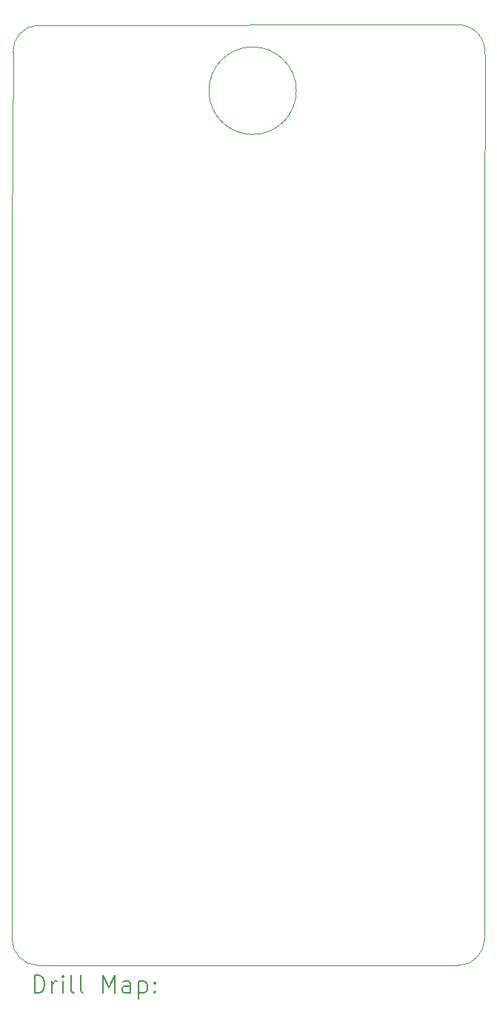
<source format=gbr>
%TF.GenerationSoftware,KiCad,Pcbnew,8.0.8-8.0.8-0~ubuntu22.04.1*%
%TF.CreationDate,2025-02-06T23:59:01-05:00*%
%TF.ProjectId,F50FQLOJRETY30F,46353046-514c-44f4-9a52-455459333046,rev?*%
%TF.SameCoordinates,Original*%
%TF.FileFunction,Drillmap*%
%TF.FilePolarity,Positive*%
%FSLAX45Y45*%
G04 Gerber Fmt 4.5, Leading zero omitted, Abs format (unit mm)*
G04 Created by KiCad (PCBNEW 8.0.8-8.0.8-0~ubuntu22.04.1) date 2025-02-06 23:59:01*
%MOMM*%
%LPD*%
G01*
G04 APERTURE LIST*
%ADD10C,0.050000*%
%ADD11C,0.200000*%
G04 APERTURE END LIST*
D10*
X15400000Y-4800000D02*
G75*
G02*
X14400000Y-4800000I-500000J0D01*
G01*
X14400000Y-4800000D02*
G75*
G02*
X15400000Y-4800000I500000J0D01*
G01*
X12161232Y-4361923D02*
G75*
G02*
X12437132Y-4052549I296505J13288D01*
G01*
X17248709Y-4047451D02*
X12437132Y-4052549D01*
X17248709Y-4047451D02*
G75*
G02*
X17553840Y-4382048I0J-306429D01*
G01*
X12150110Y-6520360D02*
X12161232Y-4361923D01*
X17550110Y-6595360D02*
X17553840Y-4382048D01*
X12450110Y-14780360D02*
G75*
G02*
X12150110Y-14480360I0J300000D01*
G01*
X12150110Y-6520360D02*
X12150110Y-14480360D01*
X17550110Y-14480360D02*
G75*
G02*
X17250110Y-14780360I-300000J0D01*
G01*
X17550110Y-14480360D02*
X17550110Y-6595360D01*
X12450110Y-14780360D02*
X17250110Y-14780360D01*
D11*
X12408387Y-15094344D02*
X12408387Y-14894344D01*
X12408387Y-14894344D02*
X12456006Y-14894344D01*
X12456006Y-14894344D02*
X12484577Y-14903868D01*
X12484577Y-14903868D02*
X12503625Y-14922915D01*
X12503625Y-14922915D02*
X12513149Y-14941963D01*
X12513149Y-14941963D02*
X12522672Y-14980058D01*
X12522672Y-14980058D02*
X12522672Y-15008629D01*
X12522672Y-15008629D02*
X12513149Y-15046725D01*
X12513149Y-15046725D02*
X12503625Y-15065772D01*
X12503625Y-15065772D02*
X12484577Y-15084820D01*
X12484577Y-15084820D02*
X12456006Y-15094344D01*
X12456006Y-15094344D02*
X12408387Y-15094344D01*
X12608387Y-15094344D02*
X12608387Y-14961010D01*
X12608387Y-14999106D02*
X12617911Y-14980058D01*
X12617911Y-14980058D02*
X12627434Y-14970534D01*
X12627434Y-14970534D02*
X12646482Y-14961010D01*
X12646482Y-14961010D02*
X12665530Y-14961010D01*
X12732196Y-15094344D02*
X12732196Y-14961010D01*
X12732196Y-14894344D02*
X12722672Y-14903868D01*
X12722672Y-14903868D02*
X12732196Y-14913391D01*
X12732196Y-14913391D02*
X12741720Y-14903868D01*
X12741720Y-14903868D02*
X12732196Y-14894344D01*
X12732196Y-14894344D02*
X12732196Y-14913391D01*
X12856006Y-15094344D02*
X12836958Y-15084820D01*
X12836958Y-15084820D02*
X12827434Y-15065772D01*
X12827434Y-15065772D02*
X12827434Y-14894344D01*
X12960768Y-15094344D02*
X12941720Y-15084820D01*
X12941720Y-15084820D02*
X12932196Y-15065772D01*
X12932196Y-15065772D02*
X12932196Y-14894344D01*
X13189339Y-15094344D02*
X13189339Y-14894344D01*
X13189339Y-14894344D02*
X13256006Y-15037201D01*
X13256006Y-15037201D02*
X13322672Y-14894344D01*
X13322672Y-14894344D02*
X13322672Y-15094344D01*
X13503625Y-15094344D02*
X13503625Y-14989582D01*
X13503625Y-14989582D02*
X13494101Y-14970534D01*
X13494101Y-14970534D02*
X13475053Y-14961010D01*
X13475053Y-14961010D02*
X13436958Y-14961010D01*
X13436958Y-14961010D02*
X13417911Y-14970534D01*
X13503625Y-15084820D02*
X13484577Y-15094344D01*
X13484577Y-15094344D02*
X13436958Y-15094344D01*
X13436958Y-15094344D02*
X13417911Y-15084820D01*
X13417911Y-15084820D02*
X13408387Y-15065772D01*
X13408387Y-15065772D02*
X13408387Y-15046725D01*
X13408387Y-15046725D02*
X13417911Y-15027677D01*
X13417911Y-15027677D02*
X13436958Y-15018153D01*
X13436958Y-15018153D02*
X13484577Y-15018153D01*
X13484577Y-15018153D02*
X13503625Y-15008629D01*
X13598863Y-14961010D02*
X13598863Y-15161010D01*
X13598863Y-14970534D02*
X13617911Y-14961010D01*
X13617911Y-14961010D02*
X13656006Y-14961010D01*
X13656006Y-14961010D02*
X13675053Y-14970534D01*
X13675053Y-14970534D02*
X13684577Y-14980058D01*
X13684577Y-14980058D02*
X13694101Y-14999106D01*
X13694101Y-14999106D02*
X13694101Y-15056248D01*
X13694101Y-15056248D02*
X13684577Y-15075296D01*
X13684577Y-15075296D02*
X13675053Y-15084820D01*
X13675053Y-15084820D02*
X13656006Y-15094344D01*
X13656006Y-15094344D02*
X13617911Y-15094344D01*
X13617911Y-15094344D02*
X13598863Y-15084820D01*
X13779815Y-15075296D02*
X13789339Y-15084820D01*
X13789339Y-15084820D02*
X13779815Y-15094344D01*
X13779815Y-15094344D02*
X13770292Y-15084820D01*
X13770292Y-15084820D02*
X13779815Y-15075296D01*
X13779815Y-15075296D02*
X13779815Y-15094344D01*
X13779815Y-14970534D02*
X13789339Y-14980058D01*
X13789339Y-14980058D02*
X13779815Y-14989582D01*
X13779815Y-14989582D02*
X13770292Y-14980058D01*
X13770292Y-14980058D02*
X13779815Y-14970534D01*
X13779815Y-14970534D02*
X13779815Y-14989582D01*
M02*

</source>
